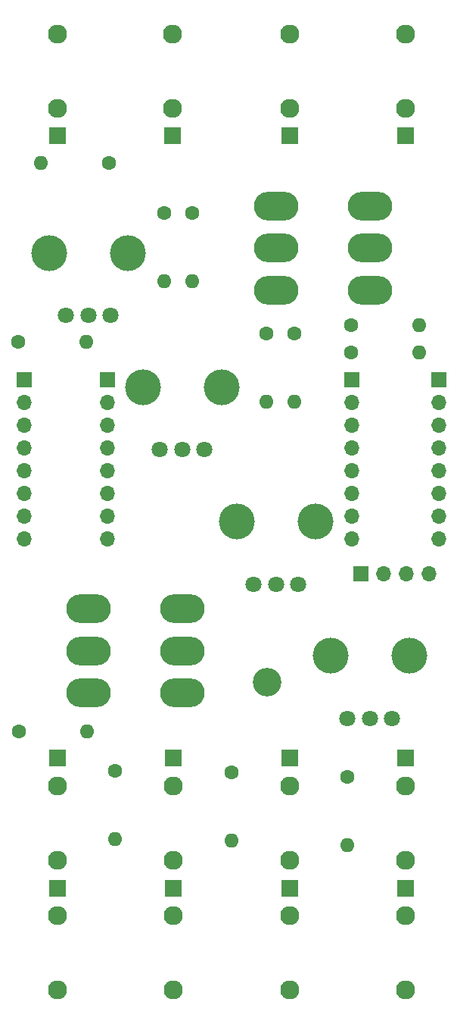
<source format=gbs>
G04 #@! TF.GenerationSoftware,KiCad,Pcbnew,8.0.6-8.0.6-0~ubuntu22.04.1*
G04 #@! TF.CreationDate,2025-01-13T21:54:40+00:00*
G04 #@! TF.ProjectId,Basic_VCA,42617369-635f-4564-9341-2e6b69636164,rev?*
G04 #@! TF.SameCoordinates,Original*
G04 #@! TF.FileFunction,Soldermask,Bot*
G04 #@! TF.FilePolarity,Negative*
%FSLAX46Y46*%
G04 Gerber Fmt 4.6, Leading zero omitted, Abs format (unit mm)*
G04 Created by KiCad (PCBNEW 8.0.6-8.0.6-0~ubuntu22.04.1) date 2025-01-13 21:54:40*
%MOMM*%
%LPD*%
G01*
G04 APERTURE LIST*
%ADD10C,1.600000*%
%ADD11O,1.600000X1.600000*%
%ADD12C,3.200000*%
%ADD13R,1.930000X1.830000*%
%ADD14C,2.130000*%
%ADD15C,4.000000*%
%ADD16C,1.800000*%
%ADD17O,5.000000X3.200000*%
%ADD18R,1.700000X1.700000*%
%ADD19O,1.700000X1.700000*%
G04 APERTURE END LIST*
D10*
X110220000Y-116000000D03*
D11*
X117840000Y-116000000D03*
D12*
X138000000Y-110500000D03*
D13*
X153500000Y-119000000D03*
D14*
X153500000Y-130400000D03*
X153500000Y-122100000D03*
D13*
X140500000Y-119000000D03*
D14*
X140500000Y-130400000D03*
X140500000Y-122100000D03*
D10*
X147420000Y-73700000D03*
D11*
X155040000Y-73700000D03*
D15*
X113600000Y-62550000D03*
X122400000Y-62550000D03*
D16*
X115500000Y-69550000D03*
X118000000Y-69550000D03*
X120500000Y-69550000D03*
D15*
X134600000Y-92550000D03*
X143400000Y-92550000D03*
D16*
X136500000Y-99550000D03*
X139000000Y-99550000D03*
X141500000Y-99550000D03*
D13*
X153500000Y-133500000D03*
D14*
X153500000Y-144900000D03*
X153500000Y-136600000D03*
D10*
X121000000Y-120420000D03*
D11*
X121000000Y-128040000D03*
D13*
X127500000Y-118980000D03*
D14*
X127500000Y-130380000D03*
X127500000Y-122080000D03*
D17*
X149500000Y-66700000D03*
X149500000Y-62000000D03*
X149500000Y-57300000D03*
D15*
X124100000Y-77550000D03*
X132900000Y-77550000D03*
D16*
X126000000Y-84550000D03*
X128500000Y-84550000D03*
X131000000Y-84550000D03*
D10*
X147000000Y-121120000D03*
D11*
X147000000Y-128740000D03*
D13*
X140500000Y-133500000D03*
D14*
X140500000Y-144900000D03*
X140500000Y-136600000D03*
D13*
X140500000Y-49500000D03*
D14*
X140500000Y-38100000D03*
X140500000Y-46400000D03*
D13*
X127400000Y-49500000D03*
D14*
X127400000Y-38100000D03*
X127400000Y-46400000D03*
D10*
X141000000Y-71520000D03*
D11*
X141000000Y-79140000D03*
D13*
X114500000Y-49500000D03*
D14*
X114500000Y-38100000D03*
X114500000Y-46400000D03*
D10*
X110120000Y-72500000D03*
D11*
X117740000Y-72500000D03*
D13*
X114500000Y-119000000D03*
D14*
X114500000Y-130400000D03*
X114500000Y-122100000D03*
D13*
X153500000Y-49500000D03*
D14*
X153500000Y-38100000D03*
X153500000Y-46400000D03*
D10*
X134000000Y-120540000D03*
D11*
X134000000Y-128160000D03*
D17*
X118000000Y-111700000D03*
X118000000Y-107000000D03*
X118000000Y-102300000D03*
D10*
X126500000Y-58120000D03*
D11*
X126500000Y-65740000D03*
D10*
X137900000Y-71520000D03*
D11*
X137900000Y-79140000D03*
D15*
X145100000Y-107550000D03*
X153900000Y-107550000D03*
D16*
X147000000Y-114550000D03*
X149500000Y-114550000D03*
X152000000Y-114550000D03*
D10*
X129600000Y-58120000D03*
D11*
X129600000Y-65740000D03*
D17*
X139000000Y-66700000D03*
X139000000Y-62000000D03*
X139000000Y-57300000D03*
D10*
X147420000Y-70600000D03*
D11*
X155040000Y-70600000D03*
D10*
X120280000Y-52500000D03*
D11*
X112660000Y-52500000D03*
D13*
X127500000Y-133500000D03*
D14*
X127500000Y-144900000D03*
X127500000Y-136600000D03*
D13*
X114500000Y-133500000D03*
D14*
X114500000Y-144900000D03*
X114500000Y-136600000D03*
D17*
X128500000Y-111700000D03*
X128500000Y-107000000D03*
X128500000Y-102300000D03*
D18*
X147500000Y-76700000D03*
D19*
X147500000Y-79240000D03*
X147500000Y-81780000D03*
X147500000Y-84320000D03*
X147500000Y-86860000D03*
X147500000Y-89400000D03*
X147500000Y-91940000D03*
X147500000Y-94480000D03*
D18*
X110800000Y-76700000D03*
D19*
X110800000Y-79240000D03*
X110800000Y-81780000D03*
X110800000Y-84320000D03*
X110800000Y-86860000D03*
X110800000Y-89400000D03*
X110800000Y-91940000D03*
X110800000Y-94480000D03*
D18*
X148500000Y-98400000D03*
D19*
X151040000Y-98400000D03*
X153580000Y-98400000D03*
X156120000Y-98400000D03*
D18*
X157200000Y-76700000D03*
D19*
X157200000Y-79240000D03*
X157200000Y-81780000D03*
X157200000Y-84320000D03*
X157200000Y-86860000D03*
X157200000Y-89400000D03*
X157200000Y-91940000D03*
X157200000Y-94480000D03*
D18*
X120100000Y-76700000D03*
D19*
X120100000Y-79240000D03*
X120100000Y-81780000D03*
X120100000Y-84320000D03*
X120100000Y-86860000D03*
X120100000Y-89400000D03*
X120100000Y-91940000D03*
X120100000Y-94480000D03*
M02*

</source>
